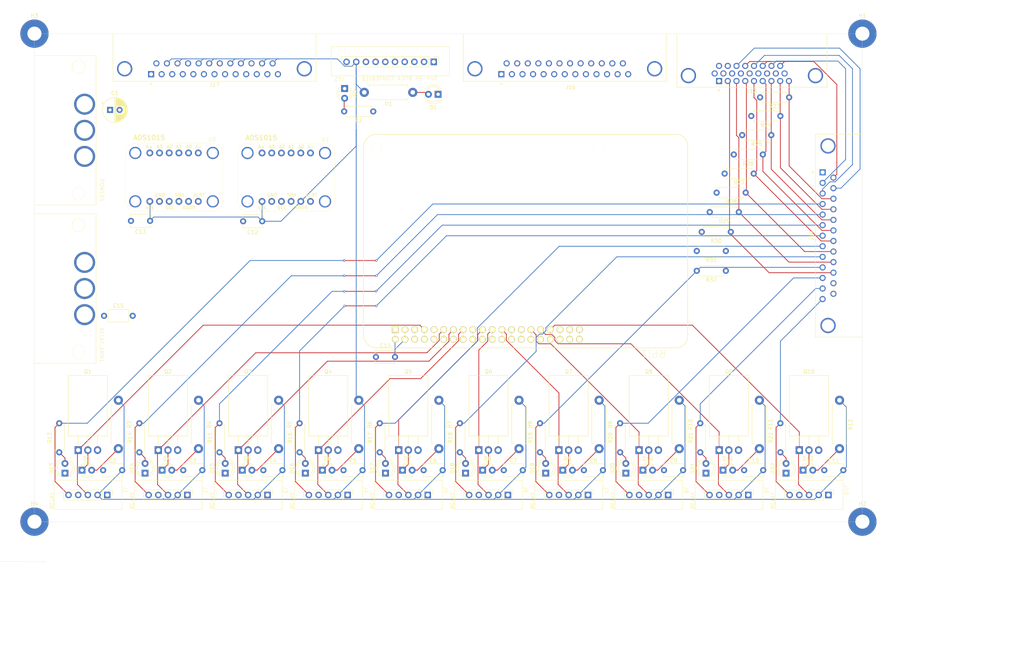
<source format=kicad_pcb>
(kicad_pcb (version 20240108) (generator "pcbnew") (generator_version "8.0")
  (layers (0 "F.Cu" signal) (1 "In1.Cu" power "GND.Cu") (2 "In2.Cu" power "PWR.Cu") (31 "B.Cu" signal) (34 "B.Paste" user) (35 "F.Paste" user) (36 "B.SilkS" user "B.Silkscreen") (37 "F.SilkS" user "F.Silkscreen") (38 "B.Mask" user) (39 "F.Mask" user) (44 "Edge.Cuts" user))
  (net 0 "")
  (net 1 "/GPIO 5")
  (net 2 "GND")
  (net 3 "/GPIO 13")
  (net 4 "/GPIO 9")
  (net 5 "/GPIO 27")
  (net 6 "/GPIO 10")
  (net 7 "/GPIO 4")
  (net 8 "/GPIO 6")
  (net 9 "/+5V")
  (net 10 "/GPIO 11")
  (net 11 "/GPIO 22")
  (net 12 "/GPIO 17")
  (net 13 "/+24V")
  (net 14 "/RelayOut1")
  (net 15 "/RelayOut2")
  (net 16 "/RelayOut3")
  (net 17 "/RelayOut4")
  (net 18 "/RelayOut5")
  (net 19 "/RelayOut6")
  (net 20 "/RelayOut7")
  (net 21 "/RelayOut8")
  (net 22 "/RelayOut9")
  (net 23 "/RelayOut10")
  (net 24 "/+24V_switched")
  (net 25 "Net-(D1-A)")
  (net 26 "Net-(D2-A)")
  (net 27 "Net-(D3-K)")
  (net 28 "Net-(D3-A)")
  (net 29 "Net-(D4-A)")
  (net 30 "Net-(D4-K)")
  (net 31 "Net-(D5-A)")
  (net 32 "Net-(D6-A)")
  (net 33 "Net-(D7-K)")
  (net 34 "Net-(D7-A)")
  (net 35 "Net-(D8-A)")
  (net 36 "Net-(D8-K)")
  (net 37 "Net-(D9-A)")
  (net 38 "Net-(D10-A)")
  (net 39 "Net-(D11-K)")
  (net 40 "Net-(D11-A)")
  (net 41 "Net-(D12-A)")
  (net 42 "Net-(D13-A)")
  (net 43 "Net-(D14-A)")
  (net 44 "Net-(D15-A)")
  (net 45 "Net-(D16-A)")
  (net 46 "Net-(D17-A)")
  (net 47 "Net-(D18-A)")
  (net 48 "Net-(D19-A)")
  (net 49 "Net-(D20-A)")
  (net 50 "Net-(D21-A)")
  (net 51 "Net-(D22-A)")
  (net 61 "/SCL")
  (net 68 "/SDA")
  (net 72 "/A8")
  (net 73 "/A5")
  (net 74 "/A1")
  (net 75 "/A7")
  (net 76 "/A4")
  (net 77 "/A2")
  (net 78 "/A3")
  (net 79 "/A6")
  (net 80 "/PressureSwitch_in1")
  (net 81 "/guarded_RelayOut8")
  (net 82 "/guarded_RelayOut9")
  (net 83 "/guarded_RelayOut4")
  (net 84 "/guarded_RelayOut1")
  (net 85 "/guarded_RelayOut10")
  (net 86 "/guarded_RelayOut3")
  (net 87 "/guarded_RelayOut2")
  (net 88 "/guarded_RelayOut7")
  (net 89 "/+24V_guarded")
  (net 90 "/PressureSwitch_in2")
  (net 91 "/guarded_RelayOut6")
  (net 92 "/PressureSwitch_in3")
  (net 93 "/guarded_RelayOut5")
  (net 94 "Net-(J16-Pad4)")
  (net 95 "Net-(J16-Pad11)")
  (net 96 "Net-(J16-Pad7)")
  (net 97 "Net-(J16-Pad8)")
  (net 98 "Net-(J16-Pad13)")
  (net 99 "Net-(J16-Pad5)")
  (net 100 "Net-(J16-Pad6)")
  (net 101 "Net-(J16-Pad12)")
  (net 102 "Net-(J16-Pad10)")
  (net 103 "Net-(J16-Pad9)")
  (net 110 "Net-(D5-K)")
  (net 111 "Net-(D6-K)")
  (net 112 "Net-(D9-K)")
  (net 113 "Net-(D10-K)")
  (net 114 "Net-(D12-K)")
  (footprint "SARP:ADS1015" (layer "F.Cu") (at 242.025 321.088)
    (property "Reference" "U1")
    (property "Value" "ADS1015IDGS")
  )
  (footprint "Resistor_THT:R_Axial_DIN0207_L6.3mm_D2.5mm_P7.62mm_Horizontal" (layer "F.Cu") (at 386 373.69 -90)
    (property "Reference" "R22")
    (property "Value" "1100Ω")
  )
  (footprint "LED_THT:LED_D3.0mm" (layer "F.Cu") (at 349.96 386)
    (property "Reference" "D10")
    (property "Value" "LED")
  )
  (footprint "launch_controller:Relay Connector" (layer "F.Cu") (at 279.65 384.826609 -90)
    (property "Reference" "J5")
    (property "Value" "Conn_01x05_Pin" (hide yes))
  )
  (footprint "LED_THT:LED_D4.0mm" (layer "F.Cu") (at 296.3 287.4 180)
    (property "Reference" "D1")
    (property "Value" "LED")
  )
  (footprint "Resistor_THT:R_Axial_DIN0207_L6.3mm_D2.5mm_P7.62mm_Horizontal" (layer "F.Cu") (at 386 293.1 180)
    (property "Reference" "R24")
    (property "Value" "1100ohm")
  )
  (footprint "Capacitor_THT:C_Disc_D5.1mm_W3.2mm_P5.00mm" (layer "F.Cu") (at 339.5 386 180)
    (property "Reference" "C8")
    (property "Value" "0.1uF")
  )
  (footprint "Resistor_THT:R_Axial_DIN0411_L9.9mm_D3.6mm_P12.70mm_Horizontal" (layer "F.Cu") (at 276.95 286.9)
    (property "Reference" "R1")
    (property "Value" "150ohm")
  )
  (footprint "Resistor_THT:R_Axial_DIN0207_L6.3mm_D2.5mm_P7.62mm_Horizontal" (layer "F.Cu") (at 197 373.69 -90)
    (property "Reference" "R13")
    (property "Value" "1100Ω")
  )
  (footprint "Package_TO_SOT_THT:TO-220-3_Horizontal_TabDown" (layer "F.Cu") (at 369.96 380.73)
    (property "Reference" "Q9")
    (property "Value" "NFET")
  )
  (footprint "Resistor_THT:R_Axial_DIN0411_L9.9mm_D3.6mm_P12.70mm_Horizontal" (layer "F.Cu") (at 233.5 367.65 -90)
    (property "Reference" "R4")
    (property "Value" "150Ω")
  )
  (footprint "Capacitor_THT:C_Axial_L5.1mm_D3.1mm_P7.50mm_Horizontal" (layer "F.Cu") (at 208.75 345.5)
    (property "Reference" "C15")
    (property "Value" "1uF")
  )
  (footprint "Capacitor_THT:C_Disc_D5.1mm_W3.2mm_P5.00mm" (layer "F.Cu") (at 220.8 320.6 180)
    (property "Reference" "C13")
    (property "Value" "0.1uF")
  )
  (footprint "Resistor_THT:R_Axial_DIN0207_L6.3mm_D2.5mm_P7.62mm_Horizontal" (layer "F.Cu") (at 365 373.69 -90)
    (property "Reference" "R21")
    (property "Value" "1100Ω")
  )
  (footprint "Resistor_THT:R_Axial_DIN0411_L9.9mm_D3.6mm_P12.70mm_Horizontal" (layer "F.Cu") (at 359.5 367.65 -90)
    (property "Reference" "R10")
    (property "Value" "150Ω")
  )
  (footprint "Resistor_THT:R_Axial_DIN0207_L6.3mm_D2.5mm_P7.62mm_Horizontal" (layer "F.Cu") (at 239 373.69 -90)
    (property "Reference" "R15")
    (property "Value" "1100Ω")
  )
  (footprint "Package_TO_SOT_THT:TO-220-3_Horizontal_TabDown" (layer "F.Cu") (at 222.96 380.73)
    (property "Reference" "Q2")
    (property "Value" "NFET")
  )
  (footprint "LED_THT:LED_D3.0mm" (layer "F.Cu") (at 244.96 386)
    (property "Reference" "D5")
    (property "Value" "LED")
  )
  (footprint "Package_TO_SOT_THT:TO-220-3_Horizontal_TabDown" (layer "F.Cu") (at 306.96 380.73)
    (property "Reference" "Q6")
    (property "Value" "NFET")
  )
  (footprint "Package_TO_SOT_THT:TO-220-3_Horizontal_TabDown" (layer "F.Cu") (at 201.96 380.73)
    (property "Reference" "Q1")
    (property "Value" "NFET")
  )
  (footprint "Resistor_THT:R_Axial_DIN0207_L6.3mm_D2.5mm_P7.62mm_Horizontal" (layer "F.Cu") (at 260 373.69 -90)
    (property "Reference" "R16")
    (property "Value" "1100Ω")
  )
  (footprint "Resistor_THT:R_Axial_DIN0207_L6.3mm_D2.5mm_P7.62mm_Horizontal" (layer "F.Cu") (at 281 373.69 -90)
    (property "Reference" "R17")
    (property "Value" "1100Ω")
  )
  (footprint "Resistor_THT:R_Axial_DIN0207_L6.3mm_D2.5mm_P7.62mm_Horizontal" (layer "F.Cu") (at 371.71 328.5 180)
    (property "Reference" "R31")
    (property "Value" "1100ohm")
  )
  (footprint "LED_THT:LED_D4.0mm" (layer "F.Cu") (at 303.5 386.77 90)
    (property "Reference" "D18")
    (property "Value" "LED")
  )
  (footprint "Resistor_THT:R_Axial_DIN0207_L6.3mm_D2.5mm_P7.62mm_Horizontal" (layer "F.Cu") (at 379.01 308.2 180)
    (property "Reference" "R27")
    (property "Value" "1100ohm")
  )
  (footprint "Raspberry-Pi-4-library-for-kicad:RPi_5_upside_down" (layer "F.Cu") (at 361.27 298.33 180)
    (property "Reference" "J11")
    (property "Value" "Raspberry_Pi_5")
  )
  (footprint "Resistor_THT:R_Axial_DIN0411_L9.9mm_D3.6mm_P12.70mm_Horizontal" (layer "F.Cu") (at 317.5 367.65 -90)
    (property "Reference" "R8")
    (property "Value" "150Ω")
  )
  (footprint "Resistor_THT:R_Axial_DIN0207_L6.3mm_D2.5mm_P7.62mm_Horizontal" (layer "F.Cu") (at 375.11 318.3 180)
    (property "Reference" "R29")
    (property "Value" "1100ohm")
  )
  (footprint "Capacitor_THT:C_Disc_D5.1mm_W3.2mm_P5.00mm" (layer "F.Cu") (at 297.5 386 180)
    (property "Reference" "C6")
    (property "Value" "0.1uF")
  )
  (footprint "Package_TO_SOT_THT:TO-220-3_Horizontal_TabDown" (layer "F.Cu") (at 285.96 380.73)
    (property "Reference" "Q5")
    (property "Value" "NFET")
  )
  (footprint "launch_controller:Relay Connector" (layer "F.Cu") (at 300.65 384.826609 -90)
    (property "Reference" "J6")
    (property "Value" "Conn_01x05_Pin" (hide yes))
  )
  (footprint "launch_controller:Relay Connector" (layer "F.Cu") (at 321.65 384.826609 -90)
    (property "Reference" "J7")
    (property "Value" "Conn_01x05_Pin" (hide yes))
  )
  (footprint "LED_THT:LED_D4.0mm" (layer "F.Cu") (at 387.5 386.77 90)
    (property "Reference" "D22")
    (property "Value" "LED")
  )
  (footprint "LED_THT:LED_D3.0mm" (layer "F.Cu") (at 223.96 386)
    (property "Reference" "D4")
    (property "Value" "LED")
  )
  (footprint "Capacitor_THT:C_Disc_D5.1mm_W3.2mm_P5.00mm" (layer "F.Cu") (at 255.5 386 180)
    (property "Reference" "C4")
    (property "Value" "0.1uF")
  )
  (footprint "Resistor_THT:R_Axial_DIN0207_L6.3mm_D2.5mm_P7.62mm_Horizontal" (layer "F.Cu") (at 381.41 303.2 180)
    (property "Reference" "R26")
    (property "Value" "1100ohm")
  )
  (footprint "Resistor_THT:R_Axial_DIN0207_L6.3mm_D2.5mm_P7.62mm_Horizontal" (layer "F.Cu") (at 323 373.69 -90)
    (property "Reference" "R19")
    (property "Value" "1100Ω")
  )
  (footprint "Resistor_THT:R_Axial_DIN0411_L9.9mm_D3.6mm_P12.70mm_Horizontal" (layer "F.Cu") (at 296.5 367.65 -90)
    (property "Reference" "R7")
    (property "Value" "150Ω")
  )
  (footprint "MountingHole:MountingHole_3.7mm_Pad" (layer "F.Cu") (at 407.5 271.5)
    (property "Reference" "H1")
    (property "Value" "MountingHole_Pad")
  )
  (footprint "launch_controller:BuckConverter Connector" (layer "F.Cu") (at 268.269263 264.774148 -90)
    (property "Reference" "J12")
    (property "Value" "~")
  )
  (footprint "LED_THT:LED_D4.0mm" (layer "F.Cu") (at 345.5 386.77 90)
    (property "Reference" "D20")
    (property "Value" "LED")
  )
  (footprint "Connector_Dsub_ import:DSUB-26-HD_Female_Horizontal_P2.29x1.98mm_EdgePinOffset8.35mm_Housed_MountingHolesOffset10.89mm" (layer "F.Cu") (at 369.925 283.92 180)
    (property "Reference" "J13")
    (property "Value" "26 pin Dsub")
  )
  (footprint "launch_controller:Relay Connector" (layer "F.Cu") (at 195.65 384.826609 -90)
    (property "Reference" "J1")
    (property "Value" "Conn_01x05_Pin" (hide yes))
  )
  (footprint "launch_controller:Relay Connector" (layer "F.Cu") (at 342.65 384.826609 -90)
    (property "Reference" "J8")
    (property "Value" "Conn_01x05_Pin" (hide yes))
  )
  (footprint "Resistor_THT:R_Axial_DIN0207_L6.3mm_D2.5mm_P7.62mm_Horizontal" (layer "F.Cu") (at 344 373.69 -90)
    (property "Reference" "R20")
    (property "Value" "1100Ω")
  )
  (footprint "LED_THT:LED_D4.0mm" (layer "F.Cu") (at 219.5 386.77 90)
    (property "Reference" "D14")
    (property "Value" "LED")
  )
  (footprint "LED_THT:LED_D4.0mm" (layer "F.Cu") (at 261.5 386.77 90)
    (property "Reference" "D16")
    (property "Value" "LED")
  )
  (footprint "Connector_Dsub_ import:DSUB-25_Female_Horizontal_P2.77x2.84mm_EdgePinOffset7.70mm_Housed_MountingHolesOffset9.12mm" (layer "F.Cu") (at 221.075 282.130331 180)
    (property "Reference" "J17")
    (property "Value" "DB25_Plug")
  )
  (footprint "Resistor_THT:R_Axial_DIN0207_L6.3mm_D2.5mm_P7.62mm_Horizontal" (layer "F.Cu") (at 302 373.69 -90)
    (property "Reference" "R18")
    (property "Value" "1100Ω")
  )
  (footprint "Resistor_THT:R_Axial_DIN0411_L9.9mm_D3.6mm_P12.70mm_Horizontal" (layer "F.Cu") (at 212.5 367.65 -90)
    (property "Reference" "R3")
    (property "Value" "150Ω")
  )
  (footprint "Capacitor_THT:C_Disc_D5.1mm_W3.2mm_P5.00mm" (layer "F.Cu") (at 318.5 386 180)
    (property "Reference" "C7")
    (property "Value" "0.1uF")
  )
  (footprint "Capacitor_THT:C_Disc_D5.1mm_W3.2mm_P5.00mm" (layer "F.Cu") (at 402.5 386 180)
    (property "Reference" "C11")
    (property "Value" "0.1uF")
  )
  (footprint "Resistor_THT:R_Axial_DIN0411_L9.9mm_D3.6mm_P12.70mm_Horizontal" (layer "F.Cu") (at 275.5 367.65 -90)
    (property "Reference" "R6")
    (property "Value" "150Ω")
  )
  (footprint "Capacitor_THT:CP_Radial_D6.3mm_P2.50mm" (layer "F.Cu") (at 210.317621 291.5)
    (property "Reference" "C1")
    (property "Value" "10uF")
  )
  (footprint "LED_THT:LED_D4.0mm" (layer "F.Cu") (at 282.5 386.77 90)
    (property "Reference" "D17")
    (property "Value" "LED")
  )
  (footprint "Capacitor_THT:C_Disc_D5.1mm_W3.2mm_P5.00mm" (layer "F.Cu") (at 213.5 386 180)
    (property "Reference" "C2")
    (property "Value" "0.1uF")
  )
  (footprint "LED_THT:LED_D3.0mm" (layer "F.Cu") (at 271.8 285.9 -90)
    (property "Reference" "D2")
    (property "Value" "LED")
  )
  (footprint "Resistor_THT:R_Axial_DIN0207_L6.3mm_D2.5mm_P7.62mm_Horizontal" (layer "F.Cu") (at 279.3 291.9 180)
    (property "Reference" "R2")
    (property "Value" "1100ohm")
  )
  (footprint "LED_THT:LED_D3.0mm" (layer "F.Cu") (at 307.96 386)
    (property "Reference" "D8")
    (property "Value" "LED")
  )
  (footprint "Package_TO_SOT_THT:TO-220-3_Horizontal_TabDown" (layer "F.Cu") (at 327.96 380.73)
    (property "Reference" "Q7")
    (property "Value" "NFET")
  )
  (footprint "launch_controller:684M3W3203L461" (layer "F.Cu") (at 187.5 311.7 -90)
    (property "Reference" "RELAY_ARM1")
    (property "Value" "Conn_01x03_Pin")
  )
  (footprint "MountingHole:MountingHole_3.7mm_Pad" (layer "F.Cu") (at 190.5 399.5)
    (property "Reference" "H4")
    (property "Value" "MountingHole_Pad")
  )
  (footprint "MountingHole:MountingHole_3.7mm_Pad" (layer "F.Cu") (at 190.5 271.5)
    (property "Reference" "H3")
    (property "Value" "MountingHole_Pad")
  )
  (footprint "Capacitor_THT:C_Disc_D5.1mm_W3.2mm_P5.00mm" (layer "F.Cu") (at 234.5 386 180)
    (property "Reference" "C3")
    (property "Value" "0.1uF")
  )
  (footprint "Resistor_THT:R_Axial_DIN0411_L9.9mm_D3.6mm_P12.70mm_Horizontal" (layer "F.Cu") (at 401.5 367.65 -90)
    (property "Reference" "R12")
    (property "Value" "150Ω")
  )
  (footprint "Resistor_THT:R_Axial_DIN0207_L6.3mm_D2.5mm_P7.62mm_Horizontal" (layer "F.Cu") (at 218 373.69 -90)
    (property "Reference" "R14")
    (property "Value" "1100Ω")
  )
  (footprint "Connector_Dsub_ import:DSUB-25_Female_Horizontal_P2.77x2.84mm_EdgePinOffset7.70mm_Housed_MountingHolesOffset9.12mm" (layer "F.Cu") (at 312.875 282.130331 180)
    (property "Reference" "J16")
    (property "Value" "DB25_Plug" (hide yes))
  )
  (footprint "LED_THT:LED_D3.0mm" (layer "F.Cu") (at 202.96 386)
    (property "Reference" "D3")
    (property "Value" "LED")
  )
  (footprint "launch_controller:Relay Connector" (layer "F.Cu") (at 237.65 384.826609 -90)
    (property "Reference" "J3")
    (property "Value" "Conn_01x05_Pin" (hide yes))
  )
  (footprint "Package_TO_SOT_THT:TO-220-3_Horizontal_TabDown" (layer "F.Cu") (at 264.96 380.73)
    (property "Reference" "Q4")
    (property "Value" "NFET")
  )
  (footprint "Resistor_THT:R_Axial_DIN0207_L6.3mm_D2.5mm_P7.62mm_Horizontal" (layer "F.Cu") (at 376.91 313.2 180)
    (property "Reference" "R28")
    (property "Value" "1100ohm")
  )
  (footprint "Package_TO_SOT_THT:TO-220-3_Horizontal_TabDown" (layer "F.Cu") (at 243.96 380.73)
    (property "Reference" "Q3")
    (property "Value" "NFET")
  )
  (footprint "LED_THT:LED_D4.0mm" (layer "F.Cu") (at 324.5 386.77 90)
    (property "Reference" "D19")
    (property "Value" "LED")
  )
  (footprint "Package_TO_SOT_THT:TO-220-3_Horizontal_TabDown" (layer "F.Cu") (at 390.96 380.73)
    (property "Reference" "Q10")
    (property "Value" "NFET")
  )
  (footprint "Capacitor_THT:C_Disc_D5.1mm_W3.2mm_P5.00mm" (layer "F.Cu") (at 276.5 386 180)
    (property "Reference" "C5")
    (property "Value" "0.1uF")
  )
  (footprint "Package_TO_SOT_THT:TO-220-3_Horizontal_TabDown" (layer "F.Cu") (at 348.96 380.73)
    (property "Reference" "Q8")
    (property "Value" "NFET")
  )
  (footprint "LED_THT:LED_D3.0mm" (layer "F.Cu") (at 265.96 386)
    (property "Reference" "D6")
    (property "Value" "LED")
  )
  (footprint "Resistor_THT:R_Axial_DIN0411_L9.9mm_D3.6mm_P12.70mm_Horizontal" (layer "F.Cu") (at 380.5 367.65 -90)
    (property "Reference" "R11")
    (property "Value" "150Ω")
  )
  (footprint "MountingHole:MountingHole_3.7mm_Pad" (layer "F.Cu") (at 407.5 399.5)
    (property "Reference" "H2")
    (property "Value" "MountingHole_Pad")
  )
  (footprint "LED_THT:LED_D4.0mm" (layer "F.Cu") (at 366.5 386.77 90)
    (property "Reference" "D21")
    (property "Value" "LED")
  )
  (footprint "SARP:ADS1015" (layer "F.Cu") (at 212.612 321.075)
    (property "Reference" "U2")
    (property "Value" "ADS1015IDGS")
  )
  (footprint "LED_THT:LED_D3.0mm" (layer "F.Cu") (at 370.96 386)
    (property "Reference" "D11")
    (property "Value" "LED")
  )
  (footprint "LED_THT:LED_D3.0mm" (layer "F.Cu") (at 391.96 386)
    (property "Reference" "D12")
    (property "Value" "LED")
  )
  (footprint "Resistor_THT:R_Axial_DIN0411_L9.9mm_D3.6mm_P12.70mm_Horizontal" (layer "F.Cu") (at 338.5 367.65 -90)
    (property "Reference" "R9")
    (property "Value" "150Ω")
  )
  (footprint "Resistor_THT:R_Axial_DIN0411_L9.9mm_D3.6mm_P12.70mm_Horizontal" (layer "F.Cu") (at 254.5 367.65 -90)
    (property "Reference" "R5")
    (property "Value" "150Ω")
  )
  (footprint "Connector_Dsub_ import:DSUB-25_Female_Horizontal_P2.77x2.84mm_EdgePinOffset7.70mm_Housed_MountingHolesOffset9.12mm" (layer "F.Cu") (at 397.069669 307.875 90)
    (property "Reference" "J14")
    (property "Value" "DB25_Plug" (hide yes))
  )
  (footprint "Resistor_THT:R_Axial_DIN0207_L6.3mm_D2.5mm_P7.62mm_Horizontal" (layer "F.Cu") (at 371.71 333.7 180)
    (property "Reference" "R32")
    (property "Value" "1100ohm")
  )
  (footprint "Resistor_THT:R_Axial_DIN0207_L6.3mm_D2.5mm_P7.62mm_Horizontal" (layer "F.Cu") (at 383.61 298.1 180)
    (property "Reference" "R25")
    (property "Value" "1100ohm")
  )
  (footprint "Resistor_THT:R_Axial_DIN0207_L6.3mm_D2.5mm_P7.62mm_Horizontal" (layer "F.Cu") (at 373.01 323.5 180)
    (property "Reference" "R30")
    (property "Value" "1100ohm")
  )
  (footprint "Capacitor_THT:C_Disc_D5.1mm_W3.2mm_P5.00mm" (layer "F.Cu") (at 381.5 386 180)
    (property "Reference" "C10")
    (property "Value" "0.1uF")
  )
  (footprint "launch_controller:Relay Connector" (layer "F.Cu") (at 363.65 384.826609 -90)
    (property "Reference" "J9")
    (property "Value" "Conn_01x05_Pin" (hide yes))
  )
  (footprint "Capacitor_THT:C_Disc_D5.1mm_W3.2mm_P5.00mm" (layer "F.Cu") (at 360.5 386 180)
    (property "Reference" "C9")
    (property "Value" "0.1uF")
  )
  (footprint "launch_controller:Relay Connector" (layer "F.Cu") (at 216.65 384.826609 -90)
    (property "Reference" "J2")
    (property "Value" "Conn_01x05_Pin" (hide yes))
  )
  (footprint "Resistor_THT:R_Axial_DIN0207_L6.3mm_D2.5mm_P7.62mm_Horizontal" (layer "F.Cu") (at 388.3 288.2 180)
    (property "Reference" "R23")
    (property "Value" "1100ohm")
  )
  (footprint "launch_controller:Relay Connector" (layer "F.Cu") (at 258.65 384.826609 -90)
    (property "Reference" "J4")
    (property "Value" "Conn_01x05_Pin" (hide yes))
  )
  (footprint "LED_THT:LED_D4.0mm" (layer "F.Cu") (at 198.5 386.77 90)
    (property "Reference" "D13")
    (property "Value" "LED")
  )
  (footprint "Capacitor_THT:C_Disc_D5.1mm_W3.2mm_P5.00mm" (layer "F.Cu") (at 250.2 320.7 180)
    (property "Reference" "C12")
    (property "Value" "0.1uF")
  )
  (footprint "LED_THT:LED_D3.0mm" (layer "F.Cu") (at 328.96 386)
    (property "Reference" "D9")
    (property "Value" "LED")
  )
  (footprint "LED_THT:LED_D3.0mm" (layer "F.Cu") (at 286.96 386)
    (property "Reference" "D7")
    (property "Value" "LED")
  )
  (footprint "launch_controller:Relay Connector" (layer "F.Cu") (at 384.65 384.826609 -90)
    (property "Reference" "J10")
    (property "Value" "Conn_01x05_Pin" (hide yes))
  )
  (footprint "LED_THT:LED_D4.0mm" (layer "F.Cu") (at 240.5 386.77 90)
    (property "Reference" "D15")
    (property "Value" "LED")
  )
  (footprint "Capacitor_THT:C_Disc_D5.1mm_W3.2mm_P5.00mm" (layer "F.Cu") (at 285 356.3 180)
    (property "Reference" "C14")
    (property "Value" "0.1uF")
  )
  (footprint "launch_controller:684M3W3203L461" (layer "F.Cu") (at 187.5 270.2 -90)
    (property "Reference" "POWER1")
    (property "Value" "Conn_01x03_Pin")
  )
  (gr_line (start 181.5 409.9) (end 193.4 410) (stroke (width 0.05)) (layer "Edge.Cuts"))
  (gr_rect (start 190.5 271.5) (end 407.5 399.5) (stroke (width 0.05)) (fill none) (layer "Edge.Cuts"))
  (segment (start 348.76 380.93) (end 348.76 389.750737) (width 0.2) (layer "F.Cu") (net 1))
  (segment (start 348.76 389.750737) (end 351.509263 392.5) (width 0.2) (layer "F.Cu") (net 1))
  (segment (start 321.995 350.495) (end 320.63 349.13) (width 0.2) (layer "F.Cu") (net 1))
  (segment (start 325.816321 352.845) (end 322.683299 352.845) (width 0.2) (layer "F.Cu") (net 1))
  (segment (start 322.683299 352.845) (end 321.995 352.156701) (width 0.2) (layer "F.Cu") (net 1))
  (segment (start 348.96 380.73) (end 348.76 380.93) (width 0.2) (layer "F.Cu") (net 1))
  (segment (start 321.995 352.156701) (end 321.995 350.495) (width 0.2) (layer "F.Cu") (net 1))
  (segment (start 348.96 380.73) (end 348.96 375.988679) (width 0.2) (layer "F.Cu") (net 1))
  (segment (start 348.96 375.988679) (end 325.816321 352.845) (width 0.2) (layer "F.Cu") (net 1))
  (segment (start 326.885 347.955) (end 325.71 349.13) (width 0.2) (layer "F.Cu") (net 3))
  (segment (start 390.96 380.73) (end 390.76 380.93) (width 0.2) (layer "F.Cu") (net 3))
  (segment (start 390.76 389.750737) (end 393.509263 392.5) (width 0.2) (layer "F.Cu") (net 3))
  (segment (start 362.926321 347.955) (end 326.885 347.955) (width 0.2) (layer "F.Cu") (net 3))
  (segment (start 390.96 380.73) (end 390.96 375.988679) (width 0.2) (layer "F.Cu") (net 3))
  (segment (start 390.96 375.988679) (end 362.926321 347.955) (width 0.2) (layer "F.Cu") (net 3))
  (segment (start 390.76 380.93) (end 390.76 389.750737) (width 0.2) (layer "F.Cu") (net 3))
  (segment (start 306.76 380.93) (end 306.76 389.750737) (width 0.2) (layer "F.Cu") (net 4))
  (segment (start 309.295 352.156701) (end 309.295 350.305) (width 0.2) (layer "F.Cu") (net 4))
  (segment (start 306.96 354.491701) (end 309.295 352.156701) (width 0.2) (layer "F.Cu") (net 4))
  (segment (start 309.295 350.305) (end 310.47 349.13) (width 0.2) (layer "F.Cu") (net 4))
  (segment (start 306.76 389.750737) (end 309.509263 392.5) (width 0.2) (layer "F.Cu") (net 4))
  (segment (start 306.96 380.73) (end 306.96 354.491701) (width 0.2) (layer "F.Cu") (net 4))
  (segment (start 306.96 380.73) (end 306.76 380.93) (width 0.2) (layer "F.Cu") (net 4))
  (segment (start 267.29 357.4) (end 293.891701 357.4) (width 0.2) (layer "F.Cu") (net 5))
  (segment (start 243.76 380.93) (end 243.76 389.750737) (width 0.2) (layer "F.Cu") (net 5))
  (segment (start 243.96 380.73) (end 267.29 357.4) (width 0.2) (layer "F.Cu") (net 5))
  (segment (start 299.135 350.305) (end 300.31 349.13) (width 0.2) (layer "F.Cu") (net 5))
  (segment (start 299.135 352.156701) (end 299.135 350.305) (width 0.2) (layer "F.Cu") (net 5))
  (segment (start 243.96 380.73) (end 243.76 380.93) (width 0.2) (layer "F.Cu") (net 5))
  (segment (start 293.891701 357.4) (end 299.135 352.156701) (width 0.2) (layer "F.Cu") (net 5))
  (segment (start 243.76 389.750737) (end 246.509263 392.5) (width 0.2) (layer "F.Cu") (net 5))
  (segment (start 285.96 380.73) (end 285.96 372.761701) (width 0.2) (layer "F.Cu") (net 6))
  (segment (start 306.7 350.36) (end 307.93 349.13) (width 0.2) (layer "F.Cu") (net 6))
  (segment (start 306.7 352.021701) (end 306.7 350.36) (width 0.2) (layer "F.Cu") (net 6))
  (segment (start 285.96 380.73) (end 285.76 380.93) (width 0.2) (layer "F.Cu") (net 6))
  (segment (start 285.96 372.761701) (end 306.7 352.021701) (width 0.2) (layer "F.Cu") (net 6))
  (segment (start 285.76 380.93) (end 285.76 389.750737) (width 0.2) (layer "F.Cu") (net 6))
  (segment (start 285.76 389.750737) (end 288.509263 392.5) (width 0.2) (layer "F.Cu") (net 6))
  (segment (start 234.735 347.955) (end 291.515 347.955) (width 0.2) (layer "F.Cu") (net 7))
  (segment (start 201.96 380.73) (end 201.76 380.93) (width 0.2) (layer "F.Cu") (net 7))
  (segment (start 291.515 347.955) (end 292.69 349.13) (width 0.2) (layer "F.Cu") (net 7))
  (segment (start 201.76 380.93) (end 201.76 389.750737) (width 0.2) (layer "F.Cu") (net 7))
  (segment (start 201.76 389.750737) (end 204.509263 392.5) (width 0.2) (layer "F.Cu") (net 7))
  (segment (start 201.96 380.73) (end 234.735 347.955) (width 0.2) (layer "F.Cu") (net 7))
  (segment (start 369.76 380.93) (end 369.76 389.750737) (width 0.2) (layer "F.Cu") (net 8))
  (segment (start 324.44 350.4) (end 323.17 349.13) (width 0.2) (layer "F.Cu") (net 8))
  (segment (start 369.96 375.988679) (end 346.816321 352.845) (width 0.2) (layer "F.Cu") (net 8))
  (segment (start 369.96 380.73) (end 369.96 375.988679) (width 0.2) (layer "F.Cu") (net 8))
  (segment (start 327.745 352.845) (end 326.885 351.985) (width 0.2) (layer "F.Cu") (net 8))
  (segment (start 369.76 389.750737) (end 372.509263 392.5) (width 0.2) (layer "F.Cu") (net 8))
  (segment (start 369.96 380.73) (end 369.76 380.93) (width 0.2) (layer "F.Cu") (net 8))
  (segment (start 326.101701 350.4) (end 324.44 350.4) (width 0.2) (layer "F.Cu") (net 8))
  (segment (start 326.885 351.183299) (end 326.101701 350.4) (width 0.2) (layer "F.Cu") (net 8))
  (segment (start 326.885 351.985) (end 326.885 351.183299) (width 0.2) (layer "F.Cu") (net 8))
  (segment (start 346.816321 352.845) (end 327.745 352.845) (width 0.2) (layer "F.Cu") (net 8))
  (segment (start 276.5 386.049263) (end 276.5 386) (width 0.2) (layer "F.Cu") (net 9))
  (segment (start 339.5 386.049263) (end 339.5 386) (width 0.2) (layer "F.Cu") (net 9))
  (segment (start 381.5 386.049263) (end 381.5 386) (width 0.2) (layer "F.Cu") (net 9))
  (segment (start 402.5 386.049263) (end 402.5 386) (width 0.2) (layer "F.Cu") (net 9))
  (segment (start 213.5 386.049263) (end 213.5 386) (width 0.2) (layer "F.Cu") (net 9))
  (segment (start 297.5 386.049263) (end 297.5 386) (width 0.2) (layer "F.Cu") (net 9))
  (segment (start 360.5 386.049263) (end 360.5 386) (width 0.2) (layer "F.Cu") (net 9))
  (segment (start 234.5 386.049263) (end 234.5 386) (width 0.2) (layer "F.Cu") (net 9))
  (segment (start 255.5 386.049263) (end 255.5 386) (width 0.2) (layer "F.Cu") (net 9))
  (segment (start 318.5 386.049263) (end 318.5 386) (width 0.2) (layer "F.Cu") (net 9))
  (segment (start 317.5 367.65) (end 319.299999 369.449999) (width 0.2) (layer "B.Cu") (net 9))
  (segment (start 235 369.15) (end 235 385.5) (width 0.2) (layer "B.Cu") (net 9))
  (segment (start 401.5 367.65) (end 403.299999 369.449999) (width 0.2) (layer "B.Cu") (net 9))
  (segment (start 269.873654 278.1) (end 254.6 278.1) (width 0.2) (layer "B.Cu") (net 9))
  (segment (start 361 385.5) (end 360.5 386) (width 0.2) (layer "B.Cu") (net 9))
  (segment (start 252.93 279.290331) (end 254.120331 278.1) (width 0.2) (layer "B.Cu") (net 9))
  (segment (start 270.049263 392.5) (end 276.5 386.049263) (width 0.2) (layer "B.Cu") (net 9))
  (segment (start 266.6 393.65) (end 287 393.65) (width 0.2) (layer "B.Cu") (net 9))
  (segment (start 254.120331 278.1) (end 254.6 278.1) (width 0.2) (layer "B.Cu") (net 9))
  (segment (start 382 385.5) (end 381.5 386) (width 0.2) (layer "B.Cu") (net 9))
  (segment (start 285.07 356.23) (end 285 356.3) (width 0.2) (layer "B.Cu") (net 9))
  (segment (start 274.84 366.99) (end 275.5 367.65) (width 0.2) (layer "B.Cu") (net 9))
  (segment (start 319.299999 369.449999) (end 319.299999 385.200001) (width 0.2) (layer "B.Cu") (net 9))
  (segment (start 274.84 284.79) (end 276.95 286.9) (width 0.2) (layer "B.Cu") (net 9))
  (segment (start 260.313 315.5) (end 274.84 300.973) (width 0.2) (layer "B.Cu") (net 9))
  (segment (start 271.823654 280.05) (end 269.873654 278.1) (width 0.2) (layer "B.Cu") (net 9))
  (segment (start 228 279.290331) (end 229.190331 278.1) (width 0.2) (layer "B.Cu") (net 9))
  (segment (start 256 369.15) (end 256 385.5) (width 0.2) (layer "B.Cu") (net 9))
  (segment (start 208.199263 393.65) (end 245.1 393.65) (width 0.2) (layer "B.Cu") (net 9))
  (segment (start 249.1 319.6) (end 221.8 319.6) (width 0.2) (layer "B.Cu") (net 9))
  (segment (start 289.899263 393.65) (end 287 393.65) (width 0.2) (layer "B.Cu") (net 9))
  (segment (start 360.5 386.049263) (end 360.5 386) (width 0.2) (layer "B.Cu") (net 9))
  (segment (start 214 369.15) (end 214 385.5) (width 0.2) (layer "B.Cu") (net 9))
  (segment (start 375.049263 392.5) (end 373.899263 393.65) (width 0.2) (layer "B.Cu") (net 9))
  (segment (start 247.899263 393.65) (end 245.1 393.65) (width 0.2) (layer "B.Cu") (net 9))
  (segment (start 250.2 320.7) (end 249.1 319.6) (width 0.2) (layer "B.Cu") (net 9))
  (segment (start 228.049263 392.5) (end 226.899263 393.65) (width 0.2) (layer "B.Cu") (net 9))
  (segment (start 226.899263 393.65) (end 224.45 393.65) (width 0.2) (layer "B.Cu") (net 9))
  (segment (start 298 369.15) (end 298 374.7) (width 0.2) (layer "B.Cu") (net 9))
  (segment (start 403.299999 369.449999) (end 403.299999 385.200001) (width 0.2) (layer "B.Cu") (net 9))
  (segment (start 221.8 319.6) (end 220.8 320.6) (width 0.2) (layer "B.Cu") (net 9))
  (segment (start 245.810331 278.1) (end 246.8 278.1) (width 0.2) (layer "B.Cu") (net 9))
  (segment (start 277 369.15) (end 277 375.1) (width 0.2) (layer "B.Cu") (net 9))
  (segment (start 361 369.15) (end 361 385.5) (width 0.2) (layer "B.Cu") (net 9))
  (segment (start 338.5 367.65) (end 340 369.15) (width 0.2) (layer "B.Cu") (net 9))
  (segment (start 329.7 393.65) (end 349.2 393.65) (width 0.2) (layer "B.Cu") (net 9))
  (segment (start 310.899263 393.65) (end 307.7 393.65) (width 0.2) (layer "B.Cu") (net 9))
  (segment (start 291.049263 392.5) (end 289.899263 393.65) (width 0.2) (layer "B.Cu") (net 9))
  (segment (start 274.84 278.9) (end 273.69 280.05) (width 0.2) (layer "B.Cu") (net 9))
  (segment (start 319.299999 385.200001) (end 318.5 386) (width 0.2) (layer "B.Cu") (net 9))
  (segment (start 402.5 386) (end 396.049263 392.450737) (width 0.2) (layer "B.Cu") (net 9))
  (segment (start 291.049263 392.5) (end 297.5 386.049263) (width 0.2) (layer "B.Cu") (net 9))
  (segment (start 234.5 386) (end 228.049263 392.450737) (width 0.2) (layer "B.Cu") (net 9))
  (segment (start 333.049263 392.5) (end 339.5 386.049263) (width 0.2) (layer "B.Cu") (net 9))
  (segment (start 275.5 367.65) (end 277 369.15) (width 0.2) (layer "B.Cu") (net 9))
  (segment (start 226.420331 278.1) (end 225.23 279.290331) (width 0.2) (layer "B.Cu") (net 9))
  (segment (start 285 356.3) (end 285 351.74) (width 0.2) (layer "B.Cu") (net 9))
  (segment (start 214 385.5) (end 213.5 386) (width 0.2) (layer "B.Cu") (net 9))
  (segment (start 285 351.74) (end 285.07 351.67) (width 0.2) (layer "B.Cu") (net 9))
  (segment (start 245.1 393.65) (end 266.6 393.65) (width 0.2) (layer "B.Cu") (net 9))
  (segment (start 246.8 278.1) (end 244.1 278.1) (width 0.2) (layer "B.Cu") (net 9))
  (segment (start 254.5 367.65) (end 256 369.15) (width 0.2) (layer "B.Cu") (net 9))
  (segment (start 287 393.65) (end 307.7 393.65) (width 0.2) (layer "B.Cu") (net 9))
  (segment (start 229.190331 278.1) (end 230.3 278.1) (width 0.2) (layer "B.Cu") (net 9))
  (segment (start 224.45 393.65) (end 224.2 393.4) (width 0.2) (layer "B.Cu") (net 9))
  (segment (start 285 354.28) (end 287.61 351.67) (width 0.2) (layer "B.Cu") (net 9))
  (segment (start 249.049263 392.5) (end 255.5 386.049263) (width 0.2) (layer "B.Cu") (net 9))
  (segment (start 236.31 279.290331) (end 237.500331 278.1) (width 0.2) (layer "B.Cu") (net 9))
  (segment (start 382 369.15) (end 382 385.5) (width 0.2) (layer "B.Cu") (net 9))
  (segment (start 394.899263 393.65) (end 396.049263 392.5) (width 0.2) (layer "B.Cu") (net 9))
  (segment (start 237.500331 278.1) (end 238.3 278.1) (width 0.2) (layer "B.Cu") (net 9))
  (segment (start 318.5 386.049263) (end 318.5 386) (width 0.2) (layer "B.Cu") (net 9))
  (segment (start 298 374.7) (end 298 385.5) (width 0.2) (layer "B.Cu") (net 9))
  (segment (start 213.5 386.049263) (end 213.5 386) (width 0.2) (layer "B.Cu") (net 9))
  (segment (start 396.049263 392.450737) (end 396.049263 392.5) (width 0.2) (layer "B.Cu") (net 9))
  (segment (start 331.899263 393.65) (end 329.7 393.65) (width 0.2) (layer "B.Cu") (net 9))
  (segment (start 333.049263 392.5) (end 331.899263 393.65) (width 0.2) (layer "B.Cu") (net 9))
  (segment (start 234.730331 278.1) (end 235.6 278.1) (width 0.2) (layer "B.Cu") (net 9))
  (segment (start 230.3 278.1) (end 226.420331 278.1) (width 0.2) (layer "B.Cu") (net 9))
  (segment (start 207.049263 392.5) (end 213.5 386.049263) (width 0.2) (layer "B.Cu") (net 9))
  (segment (start 233.5 367.65) (end 235 369.15) (width 0.2) (layer "B.Cu") (net 9))
  (segment (start 277 375.1) (end 277 385.5) (width 0.2) (layer "B.Cu") (net 9))
  (segment (start 349.2 393.65) (end 371.5 393.65) (width 0.2) (layer "B.Cu") (net 9))
  (segment (start 307.7 393.65) (end 329.7 393.65) (width 0.2) (layer "B.Cu") (net 9))
  (segment (start 270.049263 392.5) (end 268.899263 393.65) (width 0.2) (layer "B.Cu") (net 9))
  (segment (start 375.049263 392.5) (end 381.5 386.049263) (width 0.2) (layer "B.Cu") (net 9))
  (segment (start 354.049263 392.5) (end 352.899263 393.65) (width 0.2) (layer "B.Cu") (net 9))
  (segment (start 243.040331 278.1) (end 244.1 278.1) (width 0.2) (layer "B.Cu") (net 9))
  (segment (start 403.299999 385.200001) (end 402.5 386) (width 0.2) (layer "B.Cu") (net 9))
  (segment (start 220.8 320.6) (end 220.8 315.547) (width 0.2) (layer "B.Cu") (net 9))
  (segment (start 244.62 279.290331) (end 245.810331 278.1) (width 0.2) (layer "B.Cu") (net 9))
  (segment (start 274.84 278.9) (end 274.84 284.79) (width 0.2) (layer "B.Cu") (net 9))
  (segment (start 380.5 367.65) (end 382 369.15) (width 0.2) (layer "B.Cu") (net 9))
  (segment (start 255.5 386.049263) (end 255.5 386) (width 0.2) (layer "B.Cu") (net 9))
  (segment (start 235 385.5) (end 234.5 386) (width 0.2) (layer "B.Cu") (net 9))
  (segment (start 250.153 320.653) (end 250.2 320.7) (width 0.2) (layer "B.Cu") (net 9))
  (segment (start 339.5 386.049263) (end 339.5 386) (width 0.2) (layer "B.Cu") (net 9))
  (segment (start 238.3 278.1) (end 235.6 278.1) (width 0.2) (layer "B.Cu") (net 9))
  (segment (start 297.5 386.049263) (end 297.5 386) (width 0.2) (layer "B.Cu") (net 9))
  (segment (start 255.113 320.7) (end 250.2 320.7) (width 0.2) (layer "B.Cu") (net 9))
  (segment (start 260.313 315.5) (end 255.113 320.7) (width 0.2) (layer "B.Cu") (net 9))
  (segment (start 250.153 315.5) (end 250.153 320.653) (width 0.2) (layer "B.Cu") (net 9))
  (segment (start 371.5 393.65) (end 394.899263 393.65) (width 0.2) (layer "B.Cu") (net 9))
  (segment (start 233.54 279.290331) (end 234.730331 278.1) (width 0.2) (layer "B.Cu") (net 9))
  (segment (start 252.3 278.1) (end 246.8 278.1) (width 0.2) (layer "B.Cu") (net 9))
  (segment (start 340 385.5) (end 339.5 386) (width 0.2) (layer "B.Cu") (net 9))
  (segment (start 268.899263 393.65) (end 266.6 393.65) (width 0.2) (layer "B.Cu") (net 9))
  (segment (start 273.69 280.05) (end 271.823654 280.05) (width 0.2) (layer "B.Cu") (net 9))
  (segment (start 354.049263 392.5) (end 360.5 386.049263) (width 0.2) (layer "B.Cu") (net 9))
  (segment (start 359.5 367.65) (end 361 369.15) (width 0.2) (layer "B.Cu") (net 9))
  (segment (start 207.049263 392.5) (end 208.199263 393.65) (width 0.2) (layer "B.Cu") (net 9))
  (segment (start 241.85 279.290331) (end 243.040331 278.1) (width 0.2) (layer "B.Cu") (net 9))
  (segment (start 244.1 278.1) (end 238.3 278.1) (width 0.2) (layer "B.Cu") (net 9))
  (segment (start 276.5 386.049263) (end 276.5 386) (width 0.2) (layer "B.Cu") (net 9))
  (segment (start 256 385.5) (end 255.5 386) (width 0.2) (layer "B.Cu") (net 9))
  (segment (start 340 369.15) (end 340 385.5) (width 0.2) (layer "B.Cu") (net 9))
  (segment (start 212.5 367.65) (end 214 369.15) (width 0.2) (layer "B.Cu") (net 9))
  (segment (start 220.8 315.547) (end 220.74 315.487) (width 0.2) (layer "B.Cu") (net 9))
  (segment (start 249.049263 392.5) (end 247.899263 393.65) (width 0.2) (layer "B.Cu") (net 9))
  (segment (start 373.899263 393.65) (end 371.5 393.65) (width 0.2) (layer "B.Cu") (net 9))
  (segment (start 254.6 278.1) (end 252.3 278.1) (width 0.2) (layer "B.Cu") (net 9))
  (segment (start 381.5 386.049263) (end 381.5 386) (width 0.2) (layer "B.Cu") (net 9))
  (segment (start 352.899263 393.65) (end 349.2 393.65) (width 0.2) (layer "B.Cu") (net 9))
  (segment (start 277 385.5) (end 276.5 386) (width 0.2) (layer "B.Cu") (net 9))
  (segment (start 251.350331 278.1) (end 252.3 278.1) (width 0.2) (layer "B.Cu") (net 9))
  (segment (start 274.84 296.7) (end 274.84 366.99) (width 0.2) (layer "B.Cu") (net 9))
  (segment (start 274.84 300.973) (end 274.84 296.7) (width 0.2) (layer "B.Cu") (net 9))
  (segment (start 250.16 279.290331) (end 251.350331 278.1) (width 0.2) (layer "B.Cu") (net 9))
  (segment (start 274.84 278.9) (end 274.84 296.7) (width 0.2) (layer "B.Cu") (net 9))
  (segment (start 296.5 367.65) (end 298 369.15) (width 0.2) (layer "B.Cu") (net 9))
  (segment (start 235.6 278.1) (end 230.3 278.1) (width 0.2) (layer "B.Cu") (net 9))
  (segment (start 228.049263 392.450737) (end 228.049263 392.5) (width 0.2) (layer "B.Cu") (net 9))
  (segment (start 312.049263 392.5) (end 318.5 386.049263) (width 0.2) (layer "B.Cu") (net 9))
  (segment (start 298 385.5) (end 297.5 386) (width 0.2) (layer "B.Cu") (net 9))
  (segment (start 312.049263 392.5) (end 310.899263 393.65) (width 0.2) (layer "B.Cu") (net 9))
  (segment (start 285 356.3) (end 285 354.28) (width 0.2) (layer "B.Cu") (net 9))
  (segment (start 327.96 380.73) (end 327.96 365.741701) (width 0.2) (layer "F.Cu") (net 10))
  (segment (start 314.185 351.966701) (end 314.185 350.305) (width 0.2) (layer "F.Cu") (net 10))
  (segment (start 327.96 365.741701) (end 314.185 351.966701) (width 0.2) (layer "F.Cu") (net 10))
  (segment (start 327.96 380.73) (end 327.76 380.93) (width 0.2) (layer "F.Cu") (net 10))
  (segment (start 327.76 380.93) (end 327.76 389.750737) (width 0.2) (layer "F.Cu") (net 10))
  (segment (start 327.76 389.750737) (end 330.509263 392.5) (width 0.2) (layer "F.Cu") (net 10))
  (segment (start 314.185 350.305) (end 313.01 349.13) (width 0.2) (layer "F.Cu") (net 10))
  (segment (start 264.76 380.93) (end 264.76 389.750737) (width 0.2) (layer "F.Cu") (net 11))
  (segment (start 283.72 361.97) (end 291.73 361.97) (width 0.2) (layer "F.Cu") (net 11))
  (segment (start 264.96 380.73) (end 283.72 361.97) (width 0.2) (layer "F.Cu") (net 11))
  (segment (start 301.675 352.025) (end 301.675 350.305) (width 0.2) (layer "F.Cu") (net 11))
  (segment (start 264.96 380.73) (end 264.76 380.93) (width 0.2) (layer "F.Cu") (net 11))
  (segment (start 291.73 361.97) (end 301.675 352.025) (width 0.2) (layer "F.Cu") (net 11))
  (segment (start 264.76 389.750737) (end 267.509263 392.5) (width 0.2) (layer "F.Cu") (net 11))
  (segment (start 301.675 350.305) (end 302.85 349.13) (width 0.2) (layer "F.Cu") (net 11))
  (segment (start 296.595 351.966701) (end 296.595 350.305) (width 0.2) (layer "F.Cu") (net 12))
  (segment (start 222.96 380.73) (end 248.49 355.2) (width 0.2) (layer "F.Cu") (net 12))
  (segment (start 296.595 350.305) (end 297.77 349.13) (width 0.2) (layer "F.Cu") (net 12))
  (segment (start 222.96 380.73) (end 222.76 380.93) (width 0.2) (layer "F.Cu") (net 12))
  (segment (start 248.49 355.2) (end 293.361701 355.2) (width 0.2) (layer "F.Cu") (net 12))
  (segment (start 293.361701 355.2) (end 296.595 351.966701) (width 0.2) (layer "F.Cu") (net 12))
  (segment (start 222.76 389.750737) (end 225.509263 392.5) (width 0.2) (layer "F.Cu") (net 12))
  (segment (start 222.76 380.93) (end 222.76 389.750737) (width 0.2) (layer "F.Cu") (net 12))
  (segment (start 195.9 388.970737) (end 195.9 374.79) (width 0.2) (layer "F.Cu") (net 14))
  (segment (start 199.429263 392.5) (end 195.9 388.970737) (width 0.2) (layer "F.Cu") (net 14))
  (segment (start 195.9 374.79) (end 197 373.69) (width 0.2) (layer "F.Cu") (net 14))
  (segment (start 271.7 331) (end 280.1 331) (width 0.2) (layer "F.Cu") (net 14))
  (segment (start 197.27 373.92) (end 197 374.19) (width 0.2) (layer "F.Cu") (net 14))
  (via (at 271.7 331) (size 0.6) (drill 0.3) (layers "F.Cu" "B.Cu") (net 14))
  (via (at 280.1 331) (size 0.6) (drill 0.3) (layers "F.Cu" "B.Cu") (net 14))
  (segment (start 294.915 316.185) (end 397.069669 316.185) (width 0.2) (layer "B.Cu") (net 14))
  (segment (start 247.028679 331) (end 271.7 331) (width 0.2) (layer "B.Cu") (net 14))
  (segment (start 280.1 331) (end 294.915 316.185) (width 0.2) (layer "B.Cu") (net 14))
  (segment (start 204.338679 373.69) (end 247.028679 331) (width 0.2) (layer "B.Cu") (net 14))
  (segment (start 197 373.69) (end 204.338679 373.69) (width 0.2) (layer "B.Cu") (net 14))
  (segment (start 220.429263 392.5) (end 216.9 388.970737) (width 0.2) (layer "F.Cu") (net 15))
  (segment (start 216.9 374.79) (end 218 373.69) (width 0.2) (layer "F.Cu") (net 15))
  (segment (start 216.9 388.970737) (end 216.9 374.79) (width 0.2) (layer "F.Cu") (net 15))
  (segment (start 271.7 335) (end 280.1 335) (width 0.2) (layer "F.Cu") (net 15))
  (segment (start 218.27 373.92) (end 218 374.19) (width 0.2) (layer "F.Cu") (net 15))
  (via (at 271.7 335) (size 0.6) (drill 0.3) (layers "F.Cu" "B.Cu") (net 15))
  (via (at 280.1 335) (size 0.6) (drill 0.3) (layers "F.Cu" "B.Cu") (net 15))
  (segment (start 257.82137 335) (end 271.7 335) (width 0.2) (layer "B.Cu") (net 15))
  (segment (start 296.145 318.955) (end 280.1 335) (width 0.2) (layer "B.Cu") (net 15))
  (segment (start 219.13137 373.69) (end 257.82137 335) (width 0.2) (layer "B.Cu") (net 15))
  (segment (start 218 373.69) (end 219.13137 373.69) (width 0.2) (layer "B.Cu") (net 15))
  (segment (start 397.069669 318.955) (end 296.145 318.955) (width 0.2) (layer "B.Cu") (net 15))
  (segment (start 237.9 388.970737) (end 237.9 374.79) (width 0.2) (layer "F.Cu") (net 16))
  (segment (start 271.7 339.1) (end 280 339.1) (width 0.2) (layer "F.Cu") (net 16))
  (segment (start 237.9 374.79) (end 239 373.69) (width 0.2) (layer "F.Cu") (net 16))
  (segment (start 239.27 373.92) (end 239 374.19) (width 0.2) (layer "F.Cu") (net 16))
  (segment (start 241.429263 392.5) (end 237.9 388.970737) (width 0.2) (layer "F.Cu") (net 16))
  (segment (start 280 339.1) (end 280.05 339.05) (width 0.2) (layer "F.Cu") (net 16))
  (via (at 271.7 339.1) (size 0.6) (drill 0.3) (layers "F.Cu" "B.Cu") (net 16))
  (via (at 280.05 339.05) (size 0.6) (drill 0.3) (layers "F.Cu" "B.Cu") (net 16))
  (segment (start 297.375 321.725) (end 280.05 339.05) (width 0.2) (layer "B.Cu") (net 16))
  (segment (start 239 373.69) (end 239 368.600152) (width 0.2) (layer "B.Cu") (net 16))
  (segment (start 280.05 339.05) (end 280 339.1) (width 0.2) (layer "B.Cu") (net 16))
  (segment (start 268.500152 339.1) (end 271.7 339.1) (width 0.2) (layer "B.Cu") (net 16))
  (segment (start 239 368.600152) (end 268.500152 339.1) (width 0.2) (layer "B.Cu") (net 16))
  (segment (start 397.069669 321.725) (end 297.375 321.725) (width 0.2) (layer "B.Cu") (net 16))
  (segment (start 260.27 373.92) (end 260 374.19) (width 0.2) (layer "F.Cu") (net 17))
  (segment (start 258.9 374.79) (end 260 373.69) (width 0.2) (layer "F.Cu") (net 17))
  (segment (start 271.8 342.9) (end 280.1 342.9) (width 0.2) (layer "F.Cu") (net 17))
  (segment (start 258.9 388.970737) (end 258.9 374.79) (width 0.2) (layer "F.Cu") (net 17))
  (segment (start 262.429263 392.5) (end 258.9 388.970737) (width 0.2) (layer "F.Cu") (net 17))
  (via (at 271.8 342.9) (size 0.6) (drill 0.3) (layers "F.Cu" "B.Cu") (net 17))
  (via (at 280.1 342.9) (size 0.6) (drill 0.3) (layers "F.Cu" "B.Cu") (net 17))
  (segment (start 260 373.69) (end 260 354.7) (width 0.2) (layer "B.Cu") (net 17))
  (segment (start 397.069669 324.495) (end 298.505 324.495) (width 0.2) (layer "B.Cu") (net 17))
  (segment (start 298.505 324.495) (end 280.1 342.9) (width 0.2) (layer "B.Cu") (net 17))
  (segment (start 260 354.7) (end 271.8 342.9) (width 0.2) (layer "B.Cu") (net 17))
  (segment (start 281.27 373.92) (end 281 374.19) (width 0.2) (layer "F.Cu") (net 18))
  (segment (start 283.429263 392.5) (end 279.9 388.970737) (width 0.2) (layer "F.Cu") (net 18))
  (segment (start 279.9 388.970737) (end 279.9 374.79) (width 0.2) (layer "F.Cu") (net 18))
  (segment (start 279.9 374.79) (end 281 373.69) (width 0.2) (layer "F.Cu") (net 18))
  (segment (start 281 373.69) (end 285.031701 373.69) (width 0.2) (layer "B.Cu") (net 18))
  (segment (start 306.6 348.678299) (end 328.013299 327.265) (width 0.2) (layer "B.Cu") (net 18))
  (segment (start 285.031701 373.69) (end 306.6 352.121701) (width 0.2) (layer "B.Cu") (net 18))
  (segment (start 328.013299 327.265) (end 397.069669 327.265) (width 0.2) (layer "B.Cu") (net 18))
  (segment (start 306.6 352.121701) (end 306.6 348.678299) (width 0.2) (layer "B.Cu") (net 18))
  (segment (start 300.9 388.970737) (end 300.9 374.79) (width 0.2) (layer "F.Cu") (net 19))
  (segment (start 304.429263 392.5) (end 300.9 388.970737) (width 0.2) (layer "F.Cu") (net 19))
  (segment (start 302.27 373.92) (end 302 374.19) (width 0.2) (layer "F.Cu") (net 19))
  (segment (start 300.9 374.79) (end 302 373.69) (width 0.2) (layer "F.Cu") (net 19))
  (segment (start 323.656701 350.305) (end 324.535 349.426701) (width 0.2) (layer "B.Cu") (net 19))
  (segment (start 324.535 348.643299) (end 343.143299 330.035) (width 0.2) (layer "B.Cu") (net 19))
  (segment (start 302 373.69) (end 303.13137 373.69) (width 0.2) (layer "B.Cu") (net 19))
  (segment (start 343.143299 330.035) (end 397.069669 330.035) (width 0.2) (layer "B.Cu") (net 19))
  (segment (start 322.873299 350.305) (end 323.656701 350.305) (width 0.2) (layer "B.Cu") (net 19))
  (segment (start 324.535 349.426701) (end 324.535 348.643299) (width 0.2) (layer "B.Cu") (net 19))
  (segment (start 321.995 351.183299) (end 322.873299 350.305) (width 0.2) (layer "B.Cu") (net 19))
  (segment (start 321.995 354.82637) (end 321.995 351.183299) (width 0.2) (layer "B.Cu") (net 19))
  (segment (start 303.13137 373.69) (end 321.995 354.82637) (width 0.2) (layer "B.Cu") (net 19))
  (segment (start 321.9 388.970737) (end 321.9 374.79) (width 0.2) (layer "F.Cu") (net 20))
  (segment (start 321.9 374.79) (end 323 373.69) (width 0.2) (layer "F.Cu") (net 20))
  (segment (start 325.429263 392.5) (end 321.9 388.970737) (width 0.2) (layer "F.Cu") (net 20))
  (segment (start 323.27 373.92) (end 323 374.19) (width 0.2) (layer "F.Cu") (net 20))
  (segment (start 365.01637 332.805) (end 397.069669 332.805) (width 0.2) (layer "B.Cu") (net 20))
  (segment (start 323 373.69) (end 324.13137 373.69) (width 0.2) (layer "B.Cu") (net 20))
  (segment (start 324.13137 373.69) (end 365.01637 332.805) (width 0.2) (layer "B.Cu") (net 20))
  (segment (start 342.9 374.79) (end 344 373.69) (width 0.2) (layer "F.Cu") (net 21))
  (segment (start 346.429263 392.5) (end 342.9 388.970737) (width 0.2) (layer "F.Cu") (net 21))
  (segment (start 342.9 388.970737) (end 342.9 374.79) (width 0.2) (layer "F.Cu") (net 21))
  (segment (start 344.27 373.92) (end 344 374.19) (width 0.2) (layer "F.Cu") (net 21))
  (segment (start 351.338679 373.69) (end 389.453679 335.575) (width 0.2) (layer "B.Cu") (net 21))
  (segment (start 389.453679 335.575) (end 397.069669 335.575) (width 0.2) (layer "B.Cu") (net 21))
  (segment (start 344 373.69) (end 351.338679 373.69) (width 0.2) (layer "B.Cu") (net 21))
  (segment (start 363.9 388.970737) (end 363.9 374.79) (width 0.2) (layer "F.Cu") (net 22))
  (segment (start 365.27 373.92) (end 365 374.19) (width 0.2) (layer "F.Cu") (net 22))
  (segment (start 367.429263 392.5) (end 363.9 388.970737) (width 0.2) (layer "F.Cu") (net 22))
  (segment (start 363.9 374.79) (end 365 373.69) (width 0.2) (layer "F.Cu") (net 22))
  (segment (start 365 373.69) (end 365 368.600152) (width 0.2) (layer "B.Cu") (net 22))
  (segment (start 365 368.600152) (end 395.255152 338.345) (width 0.2) (layer "B.Cu") (net 22))
  (segment (start 395.255152 338.345) (end 397.069669 338.345) (width 0.2) (layer "B.Cu") (net 22))
  (segment (start 386.27 373.92) (end 386 374.19) (width 0.2) (layer "F.Cu") (net 23))
  (segment (start 384.9 374.79) (end 386 373.69) (width 0.2) (layer "F.Cu") (net 23))
  (segment (start 388.429263 392.5) (end 384.9 388.970737) (width 0.2) (layer "F.Cu") (net 23))
  (segment (start 384.9 388.970737) (end 384.9 374.79) (width 0.2) (layer "F.Cu") (net 23))
  (segment (start 386 352.184669) (end 397.069669 341.115) (width 0.2) (layer "B.Cu") (net 23))
  (segment (start 386 373.69) (end 386 352.184669) (width 0.2) (layer "B.Cu") (net 23))
  (segment (start 293.26 286.9) (end 293.76 287.4) (width 0.2) (layer "F.Cu") (net 25))
  (segment (start 289.65 286.9) (end 293.26 286.9) (width 0.2) (layer "F.Cu") (net 25))
  (segment (start 271.68 288.56) (end 271.8 288.44) (width 0.2) (layer "F.Cu") (net 26))
  (segment (start 271.68 291.9) (end 271.68 288.56) (width 0.2) (layer "F.Cu") (net 26))
  (segment (start 204.5 384.46) (end 202.96 386) (width 0.2) (layer "F.Cu") (net 27))
  (segment (start 204.5 380.73) (end 204.5 384.46) (width 0.2) (layer "F.Cu") (net 27))
  (segment (start 212.5 380.35) (end 206.85 386) (width 0.2) (layer "F.Cu") (net 28))
  (segment (start 206.85 386) (end 205.5 386) (width 0.2) (layer "F.Cu") (net 28))
  (segment (start 227.85 386) (end 226.5 386) (width 0.2) (layer "F.Cu") (net 29))
  (segment (start 233.5 380.35) (end 227.85 386) (width 0.2) (layer "F.Cu") (net 29))
  (segment (start 225.5 384.46) (end 223.96 386) (width 0.2) (layer "F.Cu") (net 30))
  (segment (start 225.5 380.73) (end 225.5 384.46) (width 0.2) (layer "F.Cu") (net 30))
  (segment (start 254.5 380.35) (end 248.85 386) (width 0.2) (layer "F.Cu") (net 31))
  (segment (start 248.85 386) (end 247.5 386) (width 0.2) (layer "F.Cu") (net 31))
  (segment (start 269.85 386) (end 268.5 386) (width 0.2) (layer "F.Cu") (net 32))
  (segment (start 275.5 380.35) (end 269.85 386) (width 0.2) (layer "F.Cu") (net 32))
  (segment (start 288.5 384.46) (end 286.96 386) (width 0.2) (layer "F.Cu") (net 33))
  (segment (start 288.5 380.73) (end 288.5 384.46) (width 0.2) (layer "F.Cu") (net 33))
  (segment (start 296.5 380.35) (end 290.85 386) (width 0.2) (layer "F.Cu") (net 34))
  (segment (start 290.85 386) (end 289.5 386) (width 0.2) (layer "F.Cu") (net 34))
  (segment (start 317.5 380.35) (end 311.85 386) (width 0.2) (layer "F.Cu") (net 35))
  (segment (start 311.85 386) (end 310.5 386) (width 0.2) (layer "F.Cu") (net 35))
  (segment (start 309.5 380.73) (end 309.5 384.46) (width 0.2) (layer "F.Cu") (net 36))
  (segment (start 309.5 384.46) (end 307.96 386) (width 0.2) (layer "F.Cu") (net 36))
  (segment (start 338.5 380.35) (end 332.85 386) (width 0.2) (layer "F.Cu") (net 37))
  (segment (start 332.85 386) (end 331.5 386) (width 0.2) (layer "F.Cu") (net 37))
  (segment (start 359.5 380.35) (end 353.85 386) (width 0.2) (layer "F.Cu") (net 38))
  (segment (start 353.85 386) (end 352.5 386) (width 0.2) (layer "F.Cu") (net 38))
  (segment (start 372.5 380.73) (end 372.5 384.46) (width 0.2) (layer "F.Cu") (net 39))
  (segment (start 372.5 384.46) (end 370.96 386) (width 0.2) (layer "F.Cu") (net 39))
  (segment (start 374.85 386) (end 373.5 386) (width 0.2) (layer "F.Cu") (net 40))
  (segment (start 380.5 380.35) (end 374.85 386) (width 0.2) (layer "F.Cu") (net 40))
  (segment (start 395.85 386) (end 394.5 386) (width 0.2) (layer "F.Cu") (net 41))
  (segment (start 401.5 380.35) (end 395.85 386) (width 0.2) (layer "F.Cu") (net 41))
  (segment (start 198.5 382.81) (end 197 381.31) (width 0.2) (layer "F.Cu") (net 42))
  (segment (start 198.5 384.23) (end 198.5 382.81) (width 0.2) (layer "F.Cu") (net 42))
  (segment (start 219.5 382.81) (end 218 381.31) (width 0.2) (layer "F.Cu") (net 43))
  (segment (start 219.5 384.23) (end 219.5 382.81) (width 0.2) (layer "F.Cu") (net 43))
  (segment (start 240.5 384.23) (end 240.5 382.81) (width 0.2) (layer "F.Cu") (net 44))
  (segment (start 240.5 382.81) (end 239 381.31) (width 0.2) (layer "F.Cu") (net 44))
  (segment (start 261.5 384.23) (end 261.5 382.81) (width 0.2) (layer "F.Cu") (net 45))
  (segment (start 261.5 382.81) (end 260 381.31) (width 0.2) (layer "F.Cu") (net 45))
  (segment (start 282.5 382.81) (end 281 381.31) (width 0.2) (layer "F.Cu") (net 46))
  (segment (start 282.5 384.23) (end 282.5 382.81) (width 0.2) (layer "F.Cu") (net 46))
  (segment (start 303.5 382.81) (end 302 381.31) (width 0.2) (layer "F.Cu") (net 47))
  (segment (start 303.5 384.23) (end 303.5 382.81) (width 0.2) (layer "F.Cu") (net 47))
  (segment (start 324.5 382.81) (end 323 381.31) (width 0.2) (layer "F.Cu") (net 48))
  (segment (start 324.5 384.23) (end 324.5 382.81) (width 0.2) (layer "F.Cu") (net 48))
  (segment (start 345.5 382.81) (end 344 381.31) (width 0.2) (layer "F.Cu") (net 49))
  (segment (start 345.5 384.23) (end 345.5 382.81) (width 0.2) (layer "F.Cu") (net 49))
  (segment (start 366.5 384.23) (end 366.5 382.81) (width 0.2) (layer "F.Cu") (net 50))
  (segment (start 366.5 382.81) (end 365 381.31) (width 0.2) (layer "F.Cu") (net 50))
  (segment (start 387.5 382.81) (end 386 381.31) (width 0.2) (layer "F.Cu") (net 51))
  (segment (start 387.5 384.23) (end 387.5 382.81) (width 0.2) (layer "F.Cu") (net 51))
  (segment (start 384.925 278.7) (end 401.1 278.7) (width 0.2) (layer "B.Cu") (net 80))
  (segment (start 383.665 279.96) (end 384.925 278.7) (width 0.2) (layer "B.Cu") (net 80))
  (segment (start 401.1 278.7) (end 403.1 280.7) (width 0.2) (layer "B.Cu") (net 80))
  (segment (start 403.1 280.7) (end 403.1 304.514034) (width 0.2) (layer "B.Cu") (net 80))
  (segment (start 397.069669 310.544365) (end 397.069669 310.645) (width 0.2) (layer "B.Cu") (net 80))
  (segment (start 403.1 304.514034) (end 397.069669 310.544365) (width 0.2) (layer "B.Cu") (net 80))
  (segment (start 372.69 284.395) (end 372.215 283.92) (width 0.2) (layer "F.Cu") (net 81))
  (segment (start 373.01 323.5) (end 372.69 323.18) (width 0.2) (layer "F.Cu") (net 81))
  (segment (start 383.044365 334.19) (end 373.01 324.155635) (width 0.2) (layer "F.Cu") (net 81))
  (segment (start 373.01 324.155635) (end 373.01 323.5) (width 0.2) (layer "F.Cu") (net 81))
  (segment (start 399.909669 334.19) (end 383.044365 334.19) (width 0.2) (layer "F.Cu") (net 81))
  (segment (start 372.69 323.18) (end 372.69 284.395) (width 0.2) (layer "F.Cu") (net 81))
  (segment (start 396.899034 323.11) (end 381.41 307.620966) (width 0.2) (layer "F.Cu") (net 83))
  (segment (start 399.909669 323.11) (end 396.899034 323.11) (width 0.2) (layer "F.Cu") (net 83))
  (segment (start 381.41 307.620966) (end 381.41 303.2) (width 0.2) (layer "F.Cu") (net 83))
  (segment (start 382.209999 284.754999) (end 381.375 283.92) (width 0.2) (layer "F.Cu") (net 83))
  (segment (start 381.41 303.2) (end 382.209999 302.400001) (width 0.2) (layer "F.Cu") (net 83))
  (segment (start 382.209999 302.400001) (end 382.209999 284.754999) (width 0.2) (layer "F.Cu") (net 83))
  (segment (start 388.3 288.2) (end 388.3 283.975) (width 0.2) (layer "F.Cu") (net 84))
  (segment (start 399.909669 314.8) (end 396.899034 314.8) (width 0.2) (layer "F.Cu") (net 84))
  (segment (start 396.899034 314.8) (end 388.3 306.200966) (width 0.2) (layer "F.Cu") (net 84))
  (segment (start 388.3 283.975) (end 388.245 283.92) (width 0.2) (layer "F.Cu") (net 84))
  (segment (start 388.3 306.200966) (end 388.3 288.2) (width 0.2) (layer "F.Cu") (net 84))
  (segment (start 396.899034 320.34) (end 383.61 307.050966) (width 0.2) (layer "F.Cu") (net 86))
  (segment (start 383.61 283.975) (end 383.665 283.92) (width 0.2) (layer "F.Cu") (net 86))
  (segment (start 383.61 307.050966) (end 383.61 298.1) (width 0.2) (layer "F.Cu") (net 86))
  (segment (start 399.909669 320.34) (end 396.899034 320.34) (width 0.2) (layer "F.Cu") (net 86))
  (segment (start 383.61 298.1) (end 383.61 283.975) (width 0.2) (layer "F.Cu") (net 86))
  (segment (start 399.909669 317.57) (end 396.899034 317.57) (width 0.2) (layer "F.Cu") (net 87))
  (segment (start 386 293.1) (end 386 292.8) (width 0.2) (layer "F.Cu") (net 87))
  (segment (start 396.899034 317.57) (end 386 306.670966) (width 0.2) (layer "F.Cu") (net 87))
  (segment (start 386 292.8) (end 385.955 292.755) (width 0.2) (layer "F.Cu") (net 87))
  (segment (start 385.955 292.755) (end 385.955 283.92) (width 0.2) (layer "F.Cu") (net 87))
  (segment (start 386 306.670966) (end 386 293.1) (width 0.2) (layer "F.Cu") (net 87))
  (segment (start 399.909669 331.42) (end 388.23 331.42) (width 0.2) (layer "F.Cu") (net 88))
  (segment (start 375.11 298.775635) (end 374.505 298.170635) (width 0.2) (layer "F.Cu") (net 88))
  (segment (start 375.11 318.3) (end 375.11 298.775635) (width 0.2) (layer "F.Cu") (net 88))
  (segment (start 374.505 298.170635) (end 374.505 283.92) (width 0.2) (layer "F.Cu") (net 88))
  (segment (start 388.23 331.42) (end 375.11 318.3) (width 0.2) (layer "F.Cu") (net 88))
  (segment (start 382.535 278.8) (end 383.5 278.8) (width 0.2) (layer "F.Cu") (net 89))
  (segment (start 383.5 278.8) (end 377.955 278.8) (width 0.2) (layer "F.Cu") (net 89))
  (segment (start 377.955 278.8) (end 376.795 279.96) (width 0.2) (layer "F.Cu") (net 89))
  (segment (start 381.375 279.96) (end 382.535 278.8) (width 0.2) (layer "F.Cu") (net 89))
  (segment (start 400.789669 284.836977) (end 394.752692 278.8) (width 0.2) (layer "F.Cu") (net 89))
  (segment (start 388.2 278.8) (end 383.5 278.8) (width 0.2) (layer "F.Cu") (net 89))
  (segment (start 399.909669 309.26) (end 400.789669 308.38) (width 0.2) (layer "F.Cu") (net 89))
  (segment (start 385.955 279.96) (end 387.115 278.8) (width 0.2) (layer "F.Cu") (net 89))
  (segment (start 400.789669 308.38) (end 400.789669 284.836977) (width 0.2) (layer "F.Cu") (net 89))
  (segment (start 387.115 278.8) (end 388.2 278.8) (width 0.2) (layer "F.Cu") (net 89))
  (segment (start 394.752692 278.8) (end 388.2 278.8) (width 0.2) (layer "F.Cu") (net 89))
  (segment (start 404.9 280.7) (end 401.4 277.2) (width 0.2) (layer "B.Cu") (net 90))
  (segment (start 398.993299 310.36) (end 400.365304 310.36) (width 0.2) (layer "B.Cu") (net 90))
  (segment (start 397.069669 312.28363) (end 398.993299 310.36) (width 0.2) (layer "B.Cu") (net 90))
  (segment (start 400.365304 310.36) (end 404.9 305.825304) (width 0.2) (layer "B.Cu") (net 90))
  (segment (start 404.9 305.825304) (end 404.9 280.7) (width 0.2) (layer "B.Cu") (net 90))
  (segment (start 381.845 277.2) (end 379.085 279.96) (width 0.2) (layer "B.Cu") (net 90))
  (segment (start 401.4 277.2) (end 381.845 277.2) (width 0.2) (layer "B.Cu") (net 90))
  (segment (start 397.069669 313.415) (end 397.069669 312.28363) (width 0.2) (layer "B.Cu") (net 90))
  (segment (start 377.09 313.02) (end 377.09 284.215) (width 0.2) (layer "F.Cu") (net 91))
  (segment (start 376.91 313.2) (end 377.09 313.02) (width 0.2) (layer "F.Cu") (net 91))
  (segment (start 377.09 284.215) (end 376.795 283.92) (width 0.2) (layer "F.Cu") (net 91))
  (segment (start 399.909669 328.65) (end 392.36 328.65) (width 0.2) (layer "F.Cu") (net 91))
  (segment (start 392.36 328.65) (end 376.91 313.2) (width 0.2) (layer "F.Cu") (net 91))
  (segment (start 401.87 312.03) (end 406.9 307) (width 0.2) (layer "B.Cu") (net 92))
  (segment (start 399.909669 312.03) (end 401.87 312.03) (width 0.2) (layer "B.Cu") (net 92))
  (segment (start 406.9 307) (end 406.9 280.7) (width 0.2) (layer "B.Cu") (net 92))
  (segment (start 401.5 275.3) (end 379.165 275.3) (width 0.2) (layer "B.Cu") (net 92))
  (segment (start 379.165 275.3) (end 374.505 279.96) (width 0.2) (layer "B.Cu") (net 92))
  (segment (start 406.9 280.7) (end 401.5 275.3) (width 0.2) (layer "B.Cu") (net 92))
  (segment (start 379.809999 307.400001) (end 379.809999 289.009999) (width 0.2) (layer "F.Cu") (net 93))
  (segment (start 379.809999 289.009999) (end 379.085 288.285) (width 0.2) (layer "F.Cu") (net 93))
  (segment (start 379.01 308.2) (end 379.809999 307.400001) (width 0.2) (layer "F.Cu") (net 93))
  (segment (start 396.69 325.88) (end 379.01 308.2) (width 0.2) (layer "F.Cu") (net 93))
  (segment (start 399.909669 325.88) (end 396.69 325.88) (width 0.2) (layer "F.Cu") (net 93))
  (segment (start 379.085 288.285) (end 379.085 283.92) (width 0.2) (layer "F.Cu") (net 93))
  (segment (start 246.5 380.73) (end 246.5 384.46) (width 0.2) (layer "F.Cu") (net 110))
  (segment (start 246.5 384.46) (end 244.96 386) (width 0.2) (layer "F.Cu") (net 110))
  (segment (start 267.5 384.46) (end 265.96 386) (width 0.2) (layer "F.Cu") (net 111))
  (segment (start 267.5 380.73) (end 267.5 384.46) (width 0.2) (layer "F.Cu") (net 111))
  (segment (start 330.5 380.73) (end 330.5 384.46) (width 0.2) (layer "F.Cu") (net 112))
  (segment (start 330.5 384.46) (end 328.96 386) (width 0.2) (layer "F.Cu") (net 112))
  (segment (start 351.5 384.46) (end 349.96 386) (width 0.2) (layer "F.Cu") (net 113))
  (segment (start 351.5 380.73) (end 351.5 384.46) (width 0.2) (layer "F.Cu") (net 113))
  (segment (start 393.5 384.46) (end 391.96 386) (width 0.2) (layer "F.Cu") (net 114))
  (segment (start 393.5 380.73) (end 393.5 384.46) (width 0.2) (layer "F.Cu") (net 114))
)
</source>
